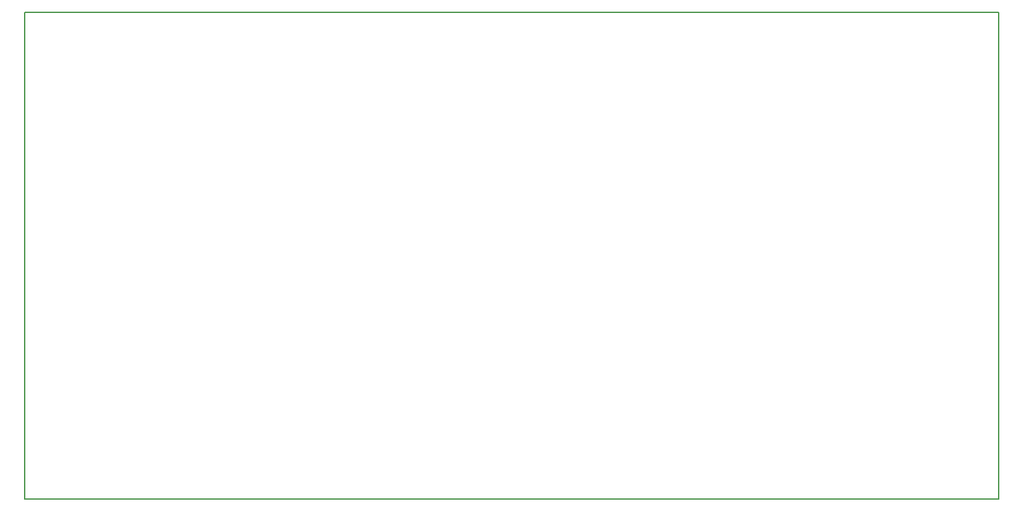
<source format=gbr>
From 1b8c0d32795be404dcd4f493d450cfa59134e1af Mon Sep 17 00:00:00 2001
From: Blaise Thompson <blaise@untzag.com>
Date: Fri, 7 May 2021 11:44:21 -0500
Subject: add

---
 .../driver-pcb/gerber/galvanosynth-B_Paste.gbr     | 24 ++++++++++++++++++++++
 1 file changed, 24 insertions(+)
 create mode 100644 potentiosynth/driver-pcb/gerber/galvanosynth-B_Paste.gbr

(limited to 'potentiosynth/driver-pcb/gerber/galvanosynth-B_Paste.gbr')

diff --git a/potentiosynth/driver-pcb/gerber/galvanosynth-B_Paste.gbr b/potentiosynth/driver-pcb/gerber/galvanosynth-B_Paste.gbr
new file mode 100644
index 0000000..79ecfe9
--- /dev/null
+++ b/potentiosynth/driver-pcb/gerber/galvanosynth-B_Paste.gbr
@@ -0,0 +1,24 @@
+G04 #@! TF.GenerationSoftware,KiCad,Pcbnew,5.1.5+dfsg1-2*
+G04 #@! TF.CreationDate,2020-03-03T15:22:14-06:00*
+G04 #@! TF.ProjectId,galvanosynth,67616c76-616e-46f7-9379-6e74682e6b69,4.1.1*
+G04 #@! TF.SameCoordinates,Original*
+G04 #@! TF.FileFunction,Paste,Bot*
+G04 #@! TF.FilePolarity,Positive*
+%FSLAX46Y46*%
+G04 Gerber Fmt 4.6, Leading zero omitted, Abs format (unit mm)*
+G04 Created by KiCad (PCBNEW 5.1.5+dfsg1-2) date 2020-03-03 15:22:14*
+%MOMM*%
+%LPD*%
+G04 APERTURE LIST*
+%ADD10C,0.150000*%
+G04 APERTURE END LIST*
+D10*
+X50800000Y-127000000D02*
+X177800000Y-127000000D01*
+X50800000Y-63500000D02*
+X177800000Y-63500000D01*
+X50800000Y-127000000D02*
+X50800000Y-63500000D01*
+X177800000Y-127000000D02*
+X177800000Y-63500000D01*
+M02*
-- 
cgit v1.2.3


</source>
